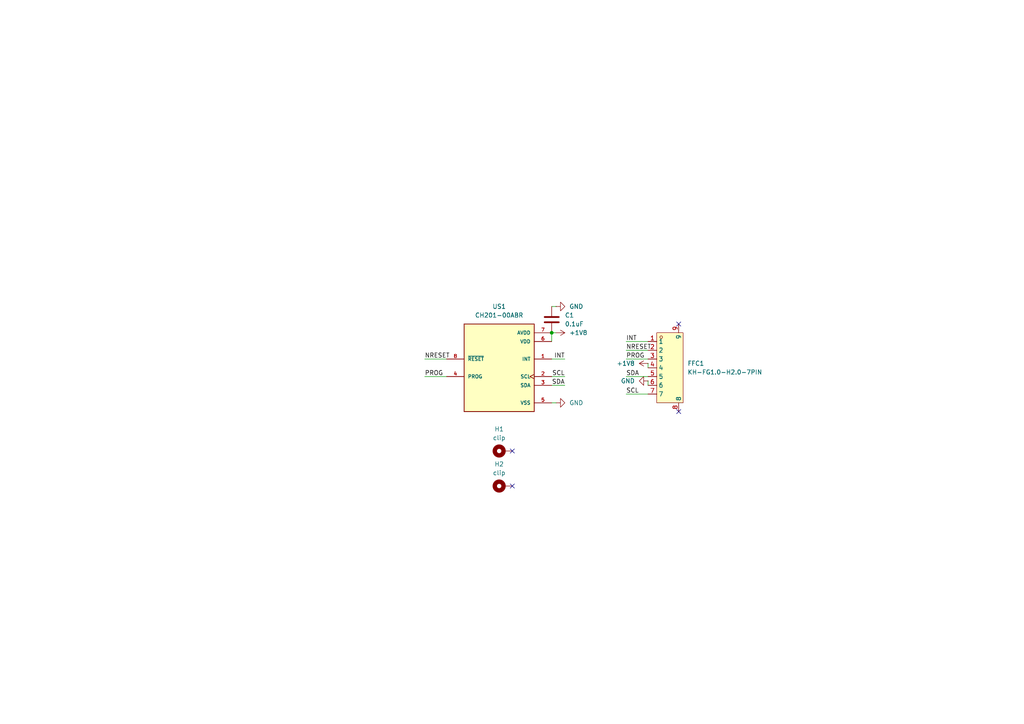
<source format=kicad_sch>
(kicad_sch (version 20231120) (generator "eeschema") (generator_version "8.0")
  (paper "A4")
  (lib_symbols
    (symbol "Device:C" (pin_numbers hide) (pin_names (offset 0.254))
      (property "Reference" "C" (at 0.635 2.54 0))
      (property "Value" "C" (at 0.635 -2.54 0))
      (symbol "C_0_1"
        (polyline (pts (xy -2.032 -0.762) (xy 2.032 -0.762)) (stroke (width 0.508)))
        (polyline (pts (xy -2.032 0.762) (xy 2.032 0.762)) (stroke (width 0.508)))
      )
      (symbol "C_1_1"
        (pin passive line (at 0 3.81 270) (length 2.794) (name "~") (number "1"))
        (pin passive line (at 0 -3.81 90) (length 2.794) (name "~") (number "2"))
      )
    )
    (symbol "EasyEDA:KH-FG1.0-H2.0-7PIN"
      (property "Reference" "FPC" (at 0 17.78 0))
      (property "Value" "KH-FG1.0-H2.0-7PIN" (at 0 -17.78 0))
      (symbol "KH-FG1.0-H2.0-7PIN_0_1"
        (rectangle (start -2.54 10.16) (end 5.08 -10.16) (fill (type background)))
        (circle (center -1.27 8.89) (radius 0.38))
        (pin unspecified line (at -5.08 7.62 0) (length 2.54) (name "1") (number "1"))
        (pin unspecified line (at -5.08 5.08 0) (length 2.54) (name "2") (number "2"))
        (pin unspecified line (at -5.08 2.54 0) (length 2.54) (name "3") (number "3"))
        (pin unspecified line (at -5.08 0 0) (length 2.54) (name "4") (number "4"))
        (pin unspecified line (at -5.08 -2.54 0) (length 2.54) (name "5") (number "5"))
        (pin unspecified line (at -5.08 -5.08 0) (length 2.54) (name "6") (number "6"))
        (pin unspecified line (at -5.08 -7.62 0) (length 2.54) (name "7") (number "7"))
        (pin unspecified line (at 3.81 -12.7 90) (length 2.54) (name "8") (number "8"))
        (pin unspecified line (at 3.81 12.7 270) (length 2.54) (name "9") (number "9"))
      )
    )
    (symbol "Mechanical:MountingHole_Pad" (pin_numbers hide) (pin_names (offset 1.016) hide) (exclude_from_sim yes) (in_bom no)
      (property "Reference" "H" (at 0 6.35 0))
      (property "Value" "MountingHole_Pad" (at 0 4.445 0))
      (symbol "MountingHole_Pad_0_1"
        (circle (center 0 1.27) (radius 1.27) (stroke (width 1.27)))
      )
      (symbol "MountingHole_Pad_1_1"
        (pin input line (at 0 -2.54 90) (length 2.54) (name "1") (number "1"))
      )
    )
    (symbol "Snapeda:CH201-00ABR" (pin_names (offset 1.016))
      (property "Reference" "U" (at -10.16 13.462 0))
      (property "Value" "CH201-00ABR" (at -10.16 -15.24 0))
      (symbol "CH201-00ABR_0_0"
        (rectangle (start -10.16 -12.7) (end 10.16 12.7) (stroke (width 0.254)) (fill (type background)))
        (pin output line (at 15.24 2.54 180) (length 5.08) (name "INT") (number "1"))
        (pin input clock (at 15.24 -2.54 180) (length 5.08) (name "SCL") (number "2"))
        (pin bidirectional line (at 15.24 -5.08 180) (length 5.08) (name "SDA") (number "3"))
        (pin input line (at -15.24 -2.54 0) (length 5.08) (name "PROG") (number "4"))
        (pin power_in line (at 15.24 -10.16 180) (length 5.08) (name "VSS") (number "5"))
        (pin power_in line (at 15.24 7.62 180) (length 5.08) (name "VDD") (number "6"))
        (pin power_in line (at 15.24 10.16 180) (length 5.08) (name "AVDD") (number "7"))
        (pin input line (at -15.24 2.54 0) (length 5.08) (name "~{RESET}") (number "8"))
      )
    )
    (symbol "power:+1V8" (power) (pin_numbers hide) (pin_names (offset 0) hide)
      (property "Value" "+1V8" (at 0 3.556 0))
      (symbol "+1V8_0_1"
        (polyline (pts (xy -0.762 1.27) (xy 0 2.54)))
        (polyline (pts (xy 0 0) (xy 0 2.54)))
        (polyline (pts (xy 0 2.54) (xy 0.762 1.27)))
      )
      (symbol "+1V8_1_1"
        (pin power_in line (at 0 0 90) (length 0) (name "~") (number "1"))
      )
    )
    (symbol "power:GND" (power) (pin_numbers hide) (pin_names (offset 0) hide)
      (property "Value" "GND" (at 0 -3.81 0))
      (symbol "GND_0_1"
        (polyline (pts (xy 0 0) (xy 0 -1.27) (xy 1.27 -1.27) (xy 0 -2.54) (xy -1.27 -1.27) (xy 0 -1.27)))
      )
      (symbol "GND_1_1"
        (pin power_in line (at 0 0 270) (length 0) (name "~") (number "1"))
      )
    )
  )
  (junction (at 160.02 96.52))
  (no_connect (at 148.59 130.81))
  (no_connect (at 196.85 93.98))
  (no_connect (at 148.59 140.97))
  (no_connect (at 196.85 119.38))
  (wire (pts (xy 181.61 109.22) (xy 187.96 109.22)))
  (wire (pts (xy 160.02 96.52) (xy 161.29 96.52)))
  (wire (pts (xy 187.96 105.41) (xy 187.96 106.68)))
  (wire (pts (xy 160.02 104.14) (xy 163.83 104.14)))
  (wire (pts (xy 161.29 116.84) (xy 160.02 116.84)))
  (wire (pts (xy 161.29 88.9) (xy 160.02 88.9)))
  (wire (pts (xy 181.61 99.06) (xy 187.96 99.06)))
  (wire (pts (xy 187.96 110.49) (xy 187.96 111.76)))
  (wire (pts (xy 181.61 104.14) (xy 187.96 104.14)))
  (wire (pts (xy 160.02 111.76) (xy 163.83 111.76)))
  (wire (pts (xy 160.02 96.52) (xy 160.02 99.06)))
  (wire (pts (xy 181.61 101.6) (xy 187.96 101.6)))
  (wire (pts (xy 181.61 114.3) (xy 187.96 114.3)))
  (wire (pts (xy 160.02 109.22) (xy 163.83 109.22)))
  (wire (pts (xy 123.19 104.14) (xy 129.54 104.14)))
  (wire (pts (xy 123.19 109.22) (xy 129.54 109.22)))
  (label "SDA" (at 163.83 111.76 180))
  (label "SDA" (at 181.61 109.22 0))
  (label "INT" (at 163.83 104.14 180))
  (label "PROG" (at 181.61 104.14 0))
  (label "NRESET" (at 181.61 101.6 0))
  (label "PROG" (at 123.19 109.22 0))
  (label "INT" (at 181.61 99.06 0))
  (label "SCL" (at 181.61 114.3 0))
  (label "SCL" (at 163.83 109.22 180))
  (label "NRESET" (at 123.19 104.14 0))
  (symbol (lib_id "power:GND") (at 187.96 110.49 270) (unit 1)
    (property "Reference" "#PWR06" (effects (hide yes)))
    (property "Value" "GND" (at 184.15 110.4899 90) (effects (justify right)))
    (property "Description" "Power symbol creates a global label with name \"GND\" , ground" (effects (hide yes)))
  )
  (symbol (lib_id "EasyEDA:KH-FG1.0-H2.0-7PIN") (at 193.04 106.68 0) (unit 1)
    (property "Reference" "FFC1" (at 199.39 105.4099 0) (effects (justify left)))
    (property "Value" "KH-FG1.0-H2.0-7PIN" (at 199.39 107.9499 0) (effects (justify left)))
    (property "Footprint" "EasyEDA:FPC-SMD_7P-P1.0_KINGHELM_KH-FG1.0-H2.0-7PIN" (effects (hide yes)))
    (property "LCSC Part" "C2925379" (effects (hide yes)))
  )
  (symbol (lib_id "Mechanical:MountingHole_Pad") (at 146.05 140.97 90) (unit 1) (exclude_from_sim yes) (in_bom no)
    (property "Reference" "H2" (at 144.78 134.62 90))
    (property "Value" "clip" (at 144.78 137.16 90))
    (property "Footprint" "custom:clip" (effects (hide yes)))
    (property "Description" "Mounting Hole with connection" (effects (hide yes)))
  )
  (symbol (lib_id "power:GND") (at 161.29 116.84 90) (unit 1)
    (property "Reference" "#PWR02" (effects (hide yes)))
    (property "Value" "GND" (at 165.1 116.8399 90) (effects (justify right)))
    (property "Description" "Power symbol creates a global label with name \"GND\" , ground" (effects (hide yes)))
  )
  (symbol (lib_id "power:+1V8") (at 161.29 96.52 270) (unit 1)
    (property "Reference" "#PWR01" (effects (hide yes)))
    (property "Value" "+1V8" (at 165.1 96.5199 90) (effects (justify left)))
    (property "Description" "Power symbol creates a global label with name \"+1V8\"" (effects (hide yes)))
  )
  (symbol (lib_id "Snapeda:CH201-00ABR") (at 144.78 106.68 0) (unit 1)
    (property "Reference" "US1" (at 144.78 88.9 0))
    (property "Value" "CH201-00ABR" (at 144.78 91.44 0))
    (property "Footprint" "Snapeda:CH201-00ABR_XDCR_CH201-00ABR" (effects (hide yes)))
    (property "MF" "TDK InvenSense" (effects (hide yes)))
    (property "MAXIMUM_PACKAGE_HEIGHT" "1.26 mm" (effects (hide yes)))
    (property "Package" "None" (effects (hide yes)))
    (property "Price" "None" (effects (hide yes)))
    (property "Check_prices" "https://www.snapeda.com/parts/CH201-00ABR/TDK/view-part/?ref=eda" (effects (hide yes)))
    (property "STANDARD" "Manufacturer Recommendations" (effects (hide yes)))
    (property "PARTREV" "1.1" (effects (hide yes)))
    (property "SnapEDA_Link" "https://www.snapeda.com/parts/CH201-00ABR/TDK/view-part/?ref=snap" (effects (hide yes)))
    (property "MP" "CH201-00ABR" (effects (hide yes)))
    (property "Description_1" "\n                        \n                            Proximity Sensor Ultrasonic 500cm 1.62V to 1.98VDC T/R\n                        \n" (effects (hide yes)))
    (property "Availability" "In Stock" (effects (hide yes)))
    (property "MANUFACTURER" "TDK InvenSense" (effects (hide yes)))
  )
  (symbol (lib_id "Device:C") (at 160.02 92.71 0) (unit 1)
    (property "Reference" "C1" (at 163.83 91.4399 0) (effects (justify left)))
    (property "Value" "0.1uF" (at 163.83 93.9799 0) (effects (justify left)))
    (property "Footprint" "PCM_Capacitor_SMD_AKL:C_1206_3216Metric_Pad1.33x1.80mm_HandSolder" (effects (hide yes)))
    (property "Description" "Unpolarized capacitor" (effects (hide yes)))
  )
  (symbol (lib_id "Mechanical:MountingHole_Pad") (at 146.05 130.81 90) (unit 1) (exclude_from_sim yes) (in_bom no)
    (property "Reference" "H1" (at 144.78 124.46 90))
    (property "Value" "clip" (at 144.78 127 90))
    (property "Footprint" "custom:clip" (effects (hide yes)))
    (property "Description" "Mounting Hole with connection" (effects (hide yes)))
  )
  (symbol (lib_id "power:+1V8") (at 187.96 105.41 90) (unit 1)
    (property "Reference" "#PWR07" (effects (hide yes)))
    (property "Value" "+1V8" (at 184.15 105.4099 90) (effects (justify left)))
    (property "Description" "Power symbol creates a global label with name \"+1V8\"" (effects (hide yes)))
  )
  (symbol (lib_id "power:GND") (at 161.29 88.9 90) (unit 1)
    (property "Reference" "#PWR03" (effects (hide yes)))
    (property "Value" "GND" (at 165.1 88.8999 90) (effects (justify right)))
    (property "Description" "Power symbol creates a global label with name \"GND\" , ground" (effects (hide yes)))
  )
)
</source>
